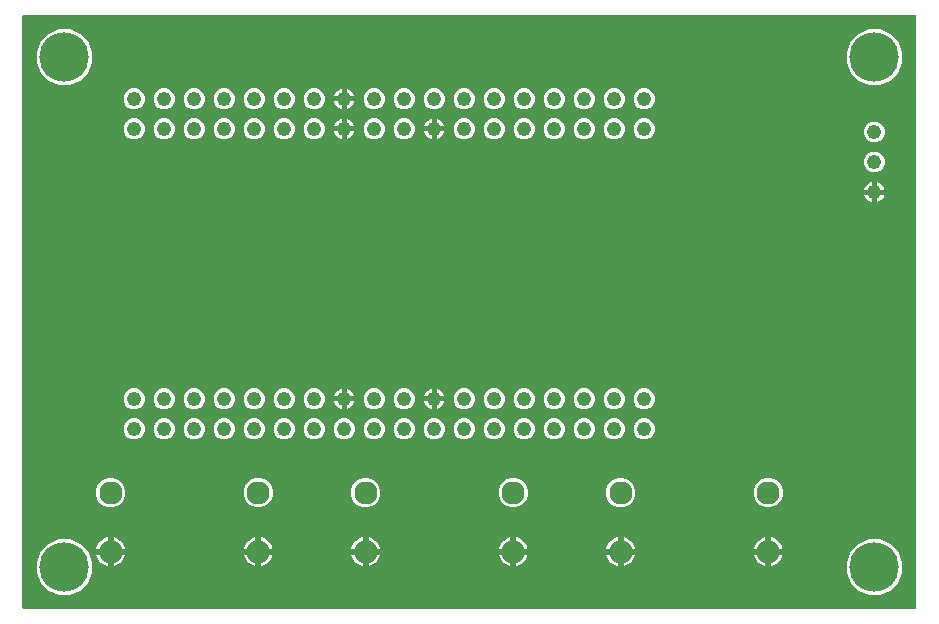
<source format=gbr>
G04 EAGLE Gerber RS-274X export*
G75*
%MOMM*%
%FSLAX34Y34*%
%LPD*%
%INCopper Layer 2*%
%IPPOS*%
%AMOC8*
5,1,8,0,0,1.08239X$1,22.5*%
G01*
%ADD10C,1.244600*%
%ADD11C,1.960000*%
%ADD12C,4.191000*%
%ADD13C,0.609600*%

G36*
X758109Y2556D02*
X758109Y2556D01*
X758228Y2563D01*
X758267Y2575D01*
X758307Y2581D01*
X758417Y2624D01*
X758531Y2661D01*
X758565Y2683D01*
X758603Y2698D01*
X758699Y2767D01*
X758799Y2831D01*
X758827Y2861D01*
X758860Y2884D01*
X758936Y2976D01*
X759017Y3062D01*
X759037Y3098D01*
X759063Y3129D01*
X759114Y3237D01*
X759171Y3341D01*
X759181Y3380D01*
X759198Y3417D01*
X759221Y3534D01*
X759250Y3649D01*
X759254Y3709D01*
X759258Y3729D01*
X759257Y3750D01*
X759261Y3809D01*
X759458Y504190D01*
X759443Y504308D01*
X759435Y504427D01*
X759423Y504465D01*
X759418Y504505D01*
X759374Y504616D01*
X759337Y504729D01*
X759316Y504763D01*
X759301Y504801D01*
X759231Y504897D01*
X759167Y504998D01*
X759138Y505026D01*
X759114Y505058D01*
X759023Y505134D01*
X758936Y505216D01*
X758900Y505236D01*
X758870Y505261D01*
X758762Y505312D01*
X758657Y505370D01*
X758618Y505380D01*
X758582Y505397D01*
X758465Y505419D01*
X758349Y505449D01*
X758290Y505453D01*
X758270Y505457D01*
X758249Y505455D01*
X758189Y505459D01*
X3810Y505459D01*
X3692Y505444D01*
X3573Y505437D01*
X3535Y505424D01*
X3494Y505419D01*
X3384Y505376D01*
X3271Y505339D01*
X3236Y505317D01*
X3199Y505302D01*
X3103Y505233D01*
X3002Y505169D01*
X2974Y505139D01*
X2941Y505116D01*
X2865Y505024D01*
X2784Y504937D01*
X2764Y504902D01*
X2739Y504871D01*
X2688Y504763D01*
X2630Y504659D01*
X2620Y504619D01*
X2603Y504583D01*
X2581Y504466D01*
X2551Y504351D01*
X2547Y504291D01*
X2543Y504271D01*
X2545Y504250D01*
X2541Y504190D01*
X2541Y3810D01*
X2556Y3692D01*
X2563Y3573D01*
X2576Y3535D01*
X2581Y3494D01*
X2624Y3384D01*
X2661Y3271D01*
X2683Y3236D01*
X2698Y3199D01*
X2767Y3103D01*
X2831Y3002D01*
X2861Y2974D01*
X2884Y2941D01*
X2976Y2865D01*
X3063Y2784D01*
X3098Y2764D01*
X3129Y2739D01*
X3237Y2688D01*
X3341Y2630D01*
X3381Y2620D01*
X3417Y2603D01*
X3534Y2581D01*
X3649Y2551D01*
X3709Y2547D01*
X3729Y2543D01*
X3750Y2545D01*
X3810Y2541D01*
X757992Y2541D01*
X758109Y2556D01*
G37*
%LPC*%
G36*
X719226Y446404D02*
X719226Y446404D01*
X710591Y449981D01*
X703981Y456591D01*
X700404Y465226D01*
X700404Y474574D01*
X703981Y483209D01*
X710591Y489819D01*
X719226Y493396D01*
X728574Y493396D01*
X737209Y489819D01*
X743819Y483209D01*
X747396Y474574D01*
X747396Y465226D01*
X743819Y456591D01*
X737209Y449981D01*
X728574Y446404D01*
X719226Y446404D01*
G37*
%LPD*%
%LPC*%
G36*
X33426Y446404D02*
X33426Y446404D01*
X24791Y449981D01*
X18181Y456591D01*
X14604Y465226D01*
X14604Y474574D01*
X18181Y483209D01*
X24791Y489819D01*
X33426Y493396D01*
X42774Y493396D01*
X51409Y489819D01*
X58019Y483209D01*
X61596Y474574D01*
X61596Y465226D01*
X58019Y456591D01*
X51409Y449981D01*
X42774Y446404D01*
X33426Y446404D01*
G37*
%LPD*%
%LPC*%
G36*
X33426Y14604D02*
X33426Y14604D01*
X24791Y18181D01*
X18181Y24791D01*
X14604Y33426D01*
X14604Y42774D01*
X18181Y51409D01*
X24791Y58019D01*
X33426Y61596D01*
X42774Y61596D01*
X51409Y58019D01*
X58019Y51409D01*
X61596Y42774D01*
X61596Y33426D01*
X58019Y24791D01*
X51409Y18181D01*
X42774Y14604D01*
X33426Y14604D01*
G37*
%LPD*%
%LPC*%
G36*
X719226Y14604D02*
X719226Y14604D01*
X710591Y18181D01*
X703981Y24791D01*
X700404Y33426D01*
X700404Y42774D01*
X703981Y51409D01*
X710591Y58019D01*
X719226Y61596D01*
X728574Y61596D01*
X737209Y58019D01*
X743819Y51409D01*
X747396Y42774D01*
X747396Y33426D01*
X743819Y24791D01*
X737209Y18181D01*
X728574Y14604D01*
X719226Y14604D01*
G37*
%LPD*%
%LPC*%
G36*
X290645Y88859D02*
X290645Y88859D01*
X286110Y90738D01*
X282638Y94210D01*
X280759Y98745D01*
X280759Y103655D01*
X282638Y108190D01*
X286110Y111662D01*
X290645Y113541D01*
X295555Y113541D01*
X300090Y111662D01*
X303562Y108190D01*
X305441Y103655D01*
X305441Y98745D01*
X303562Y94210D01*
X300090Y90738D01*
X295555Y88859D01*
X290645Y88859D01*
G37*
%LPD*%
%LPC*%
G36*
X415645Y88859D02*
X415645Y88859D01*
X411110Y90738D01*
X407638Y94210D01*
X405759Y98745D01*
X405759Y103655D01*
X407638Y108190D01*
X411110Y111662D01*
X415645Y113541D01*
X420555Y113541D01*
X425090Y111662D01*
X428562Y108190D01*
X430441Y103655D01*
X430441Y98745D01*
X428562Y94210D01*
X425090Y90738D01*
X420555Y88859D01*
X415645Y88859D01*
G37*
%LPD*%
%LPC*%
G36*
X506545Y88859D02*
X506545Y88859D01*
X502010Y90738D01*
X498538Y94210D01*
X496659Y98745D01*
X496659Y103655D01*
X498538Y108190D01*
X502010Y111662D01*
X506545Y113541D01*
X511455Y113541D01*
X515990Y111662D01*
X519462Y108190D01*
X521341Y103655D01*
X521341Y98745D01*
X519462Y94210D01*
X515990Y90738D01*
X511455Y88859D01*
X506545Y88859D01*
G37*
%LPD*%
%LPC*%
G36*
X631545Y88859D02*
X631545Y88859D01*
X627010Y90738D01*
X623538Y94210D01*
X621659Y98745D01*
X621659Y103655D01*
X623538Y108190D01*
X627010Y111662D01*
X631545Y113541D01*
X636455Y113541D01*
X640990Y111662D01*
X644462Y108190D01*
X646341Y103655D01*
X646341Y98745D01*
X644462Y94210D01*
X640990Y90738D01*
X636455Y88859D01*
X631545Y88859D01*
G37*
%LPD*%
%LPC*%
G36*
X74745Y88859D02*
X74745Y88859D01*
X70210Y90738D01*
X66738Y94210D01*
X64859Y98745D01*
X64859Y103655D01*
X66738Y108190D01*
X70210Y111662D01*
X74745Y113541D01*
X79655Y113541D01*
X84190Y111662D01*
X87662Y108190D01*
X89541Y103655D01*
X89541Y98745D01*
X87662Y94210D01*
X84190Y90738D01*
X79655Y88859D01*
X74745Y88859D01*
G37*
%LPD*%
%LPC*%
G36*
X199745Y88859D02*
X199745Y88859D01*
X195210Y90738D01*
X191738Y94210D01*
X189859Y98745D01*
X189859Y103655D01*
X191738Y108190D01*
X195210Y111662D01*
X199745Y113541D01*
X204655Y113541D01*
X209190Y111662D01*
X212662Y108190D01*
X214541Y103655D01*
X214541Y98745D01*
X212662Y94210D01*
X209190Y90738D01*
X204655Y88859D01*
X199745Y88859D01*
G37*
%LPD*%
%LPC*%
G36*
X324057Y425836D02*
X324057Y425836D01*
X320836Y427170D01*
X318370Y429636D01*
X317036Y432857D01*
X317036Y436343D01*
X318370Y439564D01*
X320836Y442030D01*
X324057Y443364D01*
X327543Y443364D01*
X330764Y442030D01*
X333230Y439564D01*
X334564Y436343D01*
X334564Y432857D01*
X333230Y429636D01*
X330764Y427170D01*
X327543Y425836D01*
X324057Y425836D01*
G37*
%LPD*%
%LPC*%
G36*
X298657Y425836D02*
X298657Y425836D01*
X295436Y427170D01*
X292970Y429636D01*
X291636Y432857D01*
X291636Y436343D01*
X292970Y439564D01*
X295436Y442030D01*
X298657Y443364D01*
X302143Y443364D01*
X305364Y442030D01*
X307830Y439564D01*
X309164Y436343D01*
X309164Y432857D01*
X307830Y429636D01*
X305364Y427170D01*
X302143Y425836D01*
X298657Y425836D01*
G37*
%LPD*%
%LPC*%
G36*
X247857Y425836D02*
X247857Y425836D01*
X244636Y427170D01*
X242170Y429636D01*
X240836Y432857D01*
X240836Y436343D01*
X242170Y439564D01*
X244636Y442030D01*
X247857Y443364D01*
X251343Y443364D01*
X254564Y442030D01*
X257030Y439564D01*
X258364Y436343D01*
X258364Y432857D01*
X257030Y429636D01*
X254564Y427170D01*
X251343Y425836D01*
X247857Y425836D01*
G37*
%LPD*%
%LPC*%
G36*
X222457Y425836D02*
X222457Y425836D01*
X219236Y427170D01*
X216770Y429636D01*
X215436Y432857D01*
X215436Y436343D01*
X216770Y439564D01*
X219236Y442030D01*
X222457Y443364D01*
X225943Y443364D01*
X229164Y442030D01*
X231630Y439564D01*
X232964Y436343D01*
X232964Y432857D01*
X231630Y429636D01*
X229164Y427170D01*
X225943Y425836D01*
X222457Y425836D01*
G37*
%LPD*%
%LPC*%
G36*
X197057Y425836D02*
X197057Y425836D01*
X193836Y427170D01*
X191370Y429636D01*
X190036Y432857D01*
X190036Y436343D01*
X191370Y439564D01*
X193836Y442030D01*
X197057Y443364D01*
X200543Y443364D01*
X203764Y442030D01*
X206230Y439564D01*
X207564Y436343D01*
X207564Y432857D01*
X206230Y429636D01*
X203764Y427170D01*
X200543Y425836D01*
X197057Y425836D01*
G37*
%LPD*%
%LPC*%
G36*
X171657Y425836D02*
X171657Y425836D01*
X168436Y427170D01*
X165970Y429636D01*
X164636Y432857D01*
X164636Y436343D01*
X165970Y439564D01*
X168436Y442030D01*
X171657Y443364D01*
X175143Y443364D01*
X178364Y442030D01*
X180830Y439564D01*
X182164Y436343D01*
X182164Y432857D01*
X180830Y429636D01*
X178364Y427170D01*
X175143Y425836D01*
X171657Y425836D01*
G37*
%LPD*%
%LPC*%
G36*
X146257Y425836D02*
X146257Y425836D01*
X143036Y427170D01*
X140570Y429636D01*
X139236Y432857D01*
X139236Y436343D01*
X140570Y439564D01*
X143036Y442030D01*
X146257Y443364D01*
X149743Y443364D01*
X152964Y442030D01*
X155430Y439564D01*
X156764Y436343D01*
X156764Y432857D01*
X155430Y429636D01*
X152964Y427170D01*
X149743Y425836D01*
X146257Y425836D01*
G37*
%LPD*%
%LPC*%
G36*
X120857Y425836D02*
X120857Y425836D01*
X117636Y427170D01*
X115170Y429636D01*
X113836Y432857D01*
X113836Y436343D01*
X115170Y439564D01*
X117636Y442030D01*
X120857Y443364D01*
X124343Y443364D01*
X127564Y442030D01*
X130030Y439564D01*
X131364Y436343D01*
X131364Y432857D01*
X130030Y429636D01*
X127564Y427170D01*
X124343Y425836D01*
X120857Y425836D01*
G37*
%LPD*%
%LPC*%
G36*
X95457Y425836D02*
X95457Y425836D01*
X92236Y427170D01*
X89770Y429636D01*
X88436Y432857D01*
X88436Y436343D01*
X89770Y439564D01*
X92236Y442030D01*
X95457Y443364D01*
X98943Y443364D01*
X102164Y442030D01*
X104630Y439564D01*
X105964Y436343D01*
X105964Y432857D01*
X104630Y429636D01*
X102164Y427170D01*
X98943Y425836D01*
X95457Y425836D01*
G37*
%LPD*%
%LPC*%
G36*
X374857Y425836D02*
X374857Y425836D01*
X371636Y427170D01*
X369170Y429636D01*
X367836Y432857D01*
X367836Y436343D01*
X369170Y439564D01*
X371636Y442030D01*
X374857Y443364D01*
X378343Y443364D01*
X381564Y442030D01*
X384030Y439564D01*
X385364Y436343D01*
X385364Y432857D01*
X384030Y429636D01*
X381564Y427170D01*
X378343Y425836D01*
X374857Y425836D01*
G37*
%LPD*%
%LPC*%
G36*
X349457Y425836D02*
X349457Y425836D01*
X346236Y427170D01*
X343770Y429636D01*
X342436Y432857D01*
X342436Y436343D01*
X343770Y439564D01*
X346236Y442030D01*
X349457Y443364D01*
X352943Y443364D01*
X356164Y442030D01*
X358630Y439564D01*
X359964Y436343D01*
X359964Y432857D01*
X358630Y429636D01*
X356164Y427170D01*
X352943Y425836D01*
X349457Y425836D01*
G37*
%LPD*%
%LPC*%
G36*
X95457Y146436D02*
X95457Y146436D01*
X92236Y147770D01*
X89770Y150236D01*
X88436Y153457D01*
X88436Y156943D01*
X89770Y160164D01*
X92236Y162630D01*
X95457Y163964D01*
X98943Y163964D01*
X102164Y162630D01*
X104630Y160164D01*
X105964Y156943D01*
X105964Y153457D01*
X104630Y150236D01*
X102164Y147770D01*
X98943Y146436D01*
X95457Y146436D01*
G37*
%LPD*%
%LPC*%
G36*
X171657Y146436D02*
X171657Y146436D01*
X168436Y147770D01*
X165970Y150236D01*
X164636Y153457D01*
X164636Y156943D01*
X165970Y160164D01*
X168436Y162630D01*
X171657Y163964D01*
X175143Y163964D01*
X178364Y162630D01*
X180830Y160164D01*
X182164Y156943D01*
X182164Y153457D01*
X180830Y150236D01*
X178364Y147770D01*
X175143Y146436D01*
X171657Y146436D01*
G37*
%LPD*%
%LPC*%
G36*
X527257Y400436D02*
X527257Y400436D01*
X524036Y401770D01*
X521570Y404236D01*
X520236Y407457D01*
X520236Y410943D01*
X521570Y414164D01*
X524036Y416630D01*
X527257Y417964D01*
X530743Y417964D01*
X533964Y416630D01*
X536430Y414164D01*
X537764Y410943D01*
X537764Y407457D01*
X536430Y404236D01*
X533964Y401770D01*
X530743Y400436D01*
X527257Y400436D01*
G37*
%LPD*%
%LPC*%
G36*
X501857Y400436D02*
X501857Y400436D01*
X498636Y401770D01*
X496170Y404236D01*
X494836Y407457D01*
X494836Y410943D01*
X496170Y414164D01*
X498636Y416630D01*
X501857Y417964D01*
X505343Y417964D01*
X508564Y416630D01*
X511030Y414164D01*
X512364Y410943D01*
X512364Y407457D01*
X511030Y404236D01*
X508564Y401770D01*
X505343Y400436D01*
X501857Y400436D01*
G37*
%LPD*%
%LPC*%
G36*
X476457Y400436D02*
X476457Y400436D01*
X473236Y401770D01*
X470770Y404236D01*
X469436Y407457D01*
X469436Y410943D01*
X470770Y414164D01*
X473236Y416630D01*
X476457Y417964D01*
X479943Y417964D01*
X483164Y416630D01*
X485630Y414164D01*
X486964Y410943D01*
X486964Y407457D01*
X485630Y404236D01*
X483164Y401770D01*
X479943Y400436D01*
X476457Y400436D01*
G37*
%LPD*%
%LPC*%
G36*
X451057Y400436D02*
X451057Y400436D01*
X447836Y401770D01*
X445370Y404236D01*
X444036Y407457D01*
X444036Y410943D01*
X445370Y414164D01*
X447836Y416630D01*
X451057Y417964D01*
X454543Y417964D01*
X457764Y416630D01*
X460230Y414164D01*
X461564Y410943D01*
X461564Y407457D01*
X460230Y404236D01*
X457764Y401770D01*
X454543Y400436D01*
X451057Y400436D01*
G37*
%LPD*%
%LPC*%
G36*
X425657Y400436D02*
X425657Y400436D01*
X422436Y401770D01*
X419970Y404236D01*
X418636Y407457D01*
X418636Y410943D01*
X419970Y414164D01*
X422436Y416630D01*
X425657Y417964D01*
X429143Y417964D01*
X432364Y416630D01*
X434830Y414164D01*
X436164Y410943D01*
X436164Y407457D01*
X434830Y404236D01*
X432364Y401770D01*
X429143Y400436D01*
X425657Y400436D01*
G37*
%LPD*%
%LPC*%
G36*
X400257Y400436D02*
X400257Y400436D01*
X397036Y401770D01*
X394570Y404236D01*
X393236Y407457D01*
X393236Y410943D01*
X394570Y414164D01*
X397036Y416630D01*
X400257Y417964D01*
X403743Y417964D01*
X406964Y416630D01*
X409430Y414164D01*
X410764Y410943D01*
X410764Y407457D01*
X409430Y404236D01*
X406964Y401770D01*
X403743Y400436D01*
X400257Y400436D01*
G37*
%LPD*%
%LPC*%
G36*
X374857Y400436D02*
X374857Y400436D01*
X371636Y401770D01*
X369170Y404236D01*
X367836Y407457D01*
X367836Y410943D01*
X369170Y414164D01*
X371636Y416630D01*
X374857Y417964D01*
X378343Y417964D01*
X381564Y416630D01*
X384030Y414164D01*
X385364Y410943D01*
X385364Y407457D01*
X384030Y404236D01*
X381564Y401770D01*
X378343Y400436D01*
X374857Y400436D01*
G37*
%LPD*%
%LPC*%
G36*
X324057Y400436D02*
X324057Y400436D01*
X320836Y401770D01*
X318370Y404236D01*
X317036Y407457D01*
X317036Y410943D01*
X318370Y414164D01*
X320836Y416630D01*
X324057Y417964D01*
X327543Y417964D01*
X330764Y416630D01*
X333230Y414164D01*
X334564Y410943D01*
X334564Y407457D01*
X333230Y404236D01*
X330764Y401770D01*
X327543Y400436D01*
X324057Y400436D01*
G37*
%LPD*%
%LPC*%
G36*
X298657Y400436D02*
X298657Y400436D01*
X295436Y401770D01*
X292970Y404236D01*
X291636Y407457D01*
X291636Y410943D01*
X292970Y414164D01*
X295436Y416630D01*
X298657Y417964D01*
X302143Y417964D01*
X305364Y416630D01*
X307830Y414164D01*
X309164Y410943D01*
X309164Y407457D01*
X307830Y404236D01*
X305364Y401770D01*
X302143Y400436D01*
X298657Y400436D01*
G37*
%LPD*%
%LPC*%
G36*
X247857Y400436D02*
X247857Y400436D01*
X244636Y401770D01*
X242170Y404236D01*
X240836Y407457D01*
X240836Y410943D01*
X242170Y414164D01*
X244636Y416630D01*
X247857Y417964D01*
X251343Y417964D01*
X254564Y416630D01*
X257030Y414164D01*
X258364Y410943D01*
X258364Y407457D01*
X257030Y404236D01*
X254564Y401770D01*
X251343Y400436D01*
X247857Y400436D01*
G37*
%LPD*%
%LPC*%
G36*
X222457Y400436D02*
X222457Y400436D01*
X219236Y401770D01*
X216770Y404236D01*
X215436Y407457D01*
X215436Y410943D01*
X216770Y414164D01*
X219236Y416630D01*
X222457Y417964D01*
X225943Y417964D01*
X229164Y416630D01*
X231630Y414164D01*
X232964Y410943D01*
X232964Y407457D01*
X231630Y404236D01*
X229164Y401770D01*
X225943Y400436D01*
X222457Y400436D01*
G37*
%LPD*%
%LPC*%
G36*
X197057Y400436D02*
X197057Y400436D01*
X193836Y401770D01*
X191370Y404236D01*
X190036Y407457D01*
X190036Y410943D01*
X191370Y414164D01*
X193836Y416630D01*
X197057Y417964D01*
X200543Y417964D01*
X203764Y416630D01*
X206230Y414164D01*
X207564Y410943D01*
X207564Y407457D01*
X206230Y404236D01*
X203764Y401770D01*
X200543Y400436D01*
X197057Y400436D01*
G37*
%LPD*%
%LPC*%
G36*
X171657Y400436D02*
X171657Y400436D01*
X168436Y401770D01*
X165970Y404236D01*
X164636Y407457D01*
X164636Y410943D01*
X165970Y414164D01*
X168436Y416630D01*
X171657Y417964D01*
X175143Y417964D01*
X178364Y416630D01*
X180830Y414164D01*
X182164Y410943D01*
X182164Y407457D01*
X180830Y404236D01*
X178364Y401770D01*
X175143Y400436D01*
X171657Y400436D01*
G37*
%LPD*%
%LPC*%
G36*
X146257Y400436D02*
X146257Y400436D01*
X143036Y401770D01*
X140570Y404236D01*
X139236Y407457D01*
X139236Y410943D01*
X140570Y414164D01*
X143036Y416630D01*
X146257Y417964D01*
X149743Y417964D01*
X152964Y416630D01*
X155430Y414164D01*
X156764Y410943D01*
X156764Y407457D01*
X155430Y404236D01*
X152964Y401770D01*
X149743Y400436D01*
X146257Y400436D01*
G37*
%LPD*%
%LPC*%
G36*
X120857Y400436D02*
X120857Y400436D01*
X117636Y401770D01*
X115170Y404236D01*
X113836Y407457D01*
X113836Y410943D01*
X115170Y414164D01*
X117636Y416630D01*
X120857Y417964D01*
X124343Y417964D01*
X127564Y416630D01*
X130030Y414164D01*
X131364Y410943D01*
X131364Y407457D01*
X130030Y404236D01*
X127564Y401770D01*
X124343Y400436D01*
X120857Y400436D01*
G37*
%LPD*%
%LPC*%
G36*
X95457Y400436D02*
X95457Y400436D01*
X92236Y401770D01*
X89770Y404236D01*
X88436Y407457D01*
X88436Y410943D01*
X89770Y414164D01*
X92236Y416630D01*
X95457Y417964D01*
X98943Y417964D01*
X102164Y416630D01*
X104630Y414164D01*
X105964Y410943D01*
X105964Y407457D01*
X104630Y404236D01*
X102164Y401770D01*
X98943Y400436D01*
X95457Y400436D01*
G37*
%LPD*%
%LPC*%
G36*
X197057Y146436D02*
X197057Y146436D01*
X193836Y147770D01*
X191370Y150236D01*
X190036Y153457D01*
X190036Y156943D01*
X191370Y160164D01*
X193836Y162630D01*
X197057Y163964D01*
X200543Y163964D01*
X203764Y162630D01*
X206230Y160164D01*
X207564Y156943D01*
X207564Y153457D01*
X206230Y150236D01*
X203764Y147770D01*
X200543Y146436D01*
X197057Y146436D01*
G37*
%LPD*%
%LPC*%
G36*
X222457Y146436D02*
X222457Y146436D01*
X219236Y147770D01*
X216770Y150236D01*
X215436Y153457D01*
X215436Y156943D01*
X216770Y160164D01*
X219236Y162630D01*
X222457Y163964D01*
X225943Y163964D01*
X229164Y162630D01*
X231630Y160164D01*
X232964Y156943D01*
X232964Y153457D01*
X231630Y150236D01*
X229164Y147770D01*
X225943Y146436D01*
X222457Y146436D01*
G37*
%LPD*%
%LPC*%
G36*
X527257Y425836D02*
X527257Y425836D01*
X524036Y427170D01*
X521570Y429636D01*
X520236Y432857D01*
X520236Y436343D01*
X521570Y439564D01*
X524036Y442030D01*
X527257Y443364D01*
X530743Y443364D01*
X533964Y442030D01*
X536430Y439564D01*
X537764Y436343D01*
X537764Y432857D01*
X536430Y429636D01*
X533964Y427170D01*
X530743Y425836D01*
X527257Y425836D01*
G37*
%LPD*%
%LPC*%
G36*
X501857Y425836D02*
X501857Y425836D01*
X498636Y427170D01*
X496170Y429636D01*
X494836Y432857D01*
X494836Y436343D01*
X496170Y439564D01*
X498636Y442030D01*
X501857Y443364D01*
X505343Y443364D01*
X508564Y442030D01*
X511030Y439564D01*
X512364Y436343D01*
X512364Y432857D01*
X511030Y429636D01*
X508564Y427170D01*
X505343Y425836D01*
X501857Y425836D01*
G37*
%LPD*%
%LPC*%
G36*
X722157Y397636D02*
X722157Y397636D01*
X718936Y398970D01*
X716470Y401436D01*
X715136Y404657D01*
X715136Y408143D01*
X716470Y411364D01*
X718936Y413830D01*
X722157Y415164D01*
X725643Y415164D01*
X728864Y413830D01*
X731330Y411364D01*
X732664Y408143D01*
X732664Y404657D01*
X731330Y401436D01*
X728864Y398970D01*
X725643Y397636D01*
X722157Y397636D01*
G37*
%LPD*%
%LPC*%
G36*
X247857Y146436D02*
X247857Y146436D01*
X244636Y147770D01*
X242170Y150236D01*
X240836Y153457D01*
X240836Y156943D01*
X242170Y160164D01*
X244636Y162630D01*
X247857Y163964D01*
X251343Y163964D01*
X254564Y162630D01*
X257030Y160164D01*
X258364Y156943D01*
X258364Y153457D01*
X257030Y150236D01*
X254564Y147770D01*
X251343Y146436D01*
X247857Y146436D01*
G37*
%LPD*%
%LPC*%
G36*
X273257Y146436D02*
X273257Y146436D01*
X270036Y147770D01*
X267570Y150236D01*
X266236Y153457D01*
X266236Y156943D01*
X267570Y160164D01*
X270036Y162630D01*
X273257Y163964D01*
X276743Y163964D01*
X279964Y162630D01*
X282430Y160164D01*
X283764Y156943D01*
X283764Y153457D01*
X282430Y150236D01*
X279964Y147770D01*
X276743Y146436D01*
X273257Y146436D01*
G37*
%LPD*%
%LPC*%
G36*
X298657Y146436D02*
X298657Y146436D01*
X295436Y147770D01*
X292970Y150236D01*
X291636Y153457D01*
X291636Y156943D01*
X292970Y160164D01*
X295436Y162630D01*
X298657Y163964D01*
X302143Y163964D01*
X305364Y162630D01*
X307830Y160164D01*
X309164Y156943D01*
X309164Y153457D01*
X307830Y150236D01*
X305364Y147770D01*
X302143Y146436D01*
X298657Y146436D01*
G37*
%LPD*%
%LPC*%
G36*
X324057Y146436D02*
X324057Y146436D01*
X320836Y147770D01*
X318370Y150236D01*
X317036Y153457D01*
X317036Y156943D01*
X318370Y160164D01*
X320836Y162630D01*
X324057Y163964D01*
X327543Y163964D01*
X330764Y162630D01*
X333230Y160164D01*
X334564Y156943D01*
X334564Y153457D01*
X333230Y150236D01*
X330764Y147770D01*
X327543Y146436D01*
X324057Y146436D01*
G37*
%LPD*%
%LPC*%
G36*
X722157Y372236D02*
X722157Y372236D01*
X718936Y373570D01*
X716470Y376036D01*
X715136Y379257D01*
X715136Y382743D01*
X716470Y385964D01*
X718936Y388430D01*
X722157Y389764D01*
X725643Y389764D01*
X728864Y388430D01*
X731330Y385964D01*
X732664Y382743D01*
X732664Y379257D01*
X731330Y376036D01*
X728864Y373570D01*
X725643Y372236D01*
X722157Y372236D01*
G37*
%LPD*%
%LPC*%
G36*
X349457Y146436D02*
X349457Y146436D01*
X346236Y147770D01*
X343770Y150236D01*
X342436Y153457D01*
X342436Y156943D01*
X343770Y160164D01*
X346236Y162630D01*
X349457Y163964D01*
X352943Y163964D01*
X356164Y162630D01*
X358630Y160164D01*
X359964Y156943D01*
X359964Y153457D01*
X358630Y150236D01*
X356164Y147770D01*
X352943Y146436D01*
X349457Y146436D01*
G37*
%LPD*%
%LPC*%
G36*
X374857Y146436D02*
X374857Y146436D01*
X371636Y147770D01*
X369170Y150236D01*
X367836Y153457D01*
X367836Y156943D01*
X369170Y160164D01*
X371636Y162630D01*
X374857Y163964D01*
X378343Y163964D01*
X381564Y162630D01*
X384030Y160164D01*
X385364Y156943D01*
X385364Y153457D01*
X384030Y150236D01*
X381564Y147770D01*
X378343Y146436D01*
X374857Y146436D01*
G37*
%LPD*%
%LPC*%
G36*
X400257Y146436D02*
X400257Y146436D01*
X397036Y147770D01*
X394570Y150236D01*
X393236Y153457D01*
X393236Y156943D01*
X394570Y160164D01*
X397036Y162630D01*
X400257Y163964D01*
X403743Y163964D01*
X406964Y162630D01*
X409430Y160164D01*
X410764Y156943D01*
X410764Y153457D01*
X409430Y150236D01*
X406964Y147770D01*
X403743Y146436D01*
X400257Y146436D01*
G37*
%LPD*%
%LPC*%
G36*
X425657Y146436D02*
X425657Y146436D01*
X422436Y147770D01*
X419970Y150236D01*
X418636Y153457D01*
X418636Y156943D01*
X419970Y160164D01*
X422436Y162630D01*
X425657Y163964D01*
X429143Y163964D01*
X432364Y162630D01*
X434830Y160164D01*
X436164Y156943D01*
X436164Y153457D01*
X434830Y150236D01*
X432364Y147770D01*
X429143Y146436D01*
X425657Y146436D01*
G37*
%LPD*%
%LPC*%
G36*
X197057Y171836D02*
X197057Y171836D01*
X193836Y173170D01*
X191370Y175636D01*
X190036Y178857D01*
X190036Y182343D01*
X191370Y185564D01*
X193836Y188030D01*
X197057Y189364D01*
X200543Y189364D01*
X203764Y188030D01*
X206230Y185564D01*
X207564Y182343D01*
X207564Y178857D01*
X206230Y175636D01*
X203764Y173170D01*
X200543Y171836D01*
X197057Y171836D01*
G37*
%LPD*%
%LPC*%
G36*
X171657Y171836D02*
X171657Y171836D01*
X168436Y173170D01*
X165970Y175636D01*
X164636Y178857D01*
X164636Y182343D01*
X165970Y185564D01*
X168436Y188030D01*
X171657Y189364D01*
X175143Y189364D01*
X178364Y188030D01*
X180830Y185564D01*
X182164Y182343D01*
X182164Y178857D01*
X180830Y175636D01*
X178364Y173170D01*
X175143Y171836D01*
X171657Y171836D01*
G37*
%LPD*%
%LPC*%
G36*
X527257Y171836D02*
X527257Y171836D01*
X524036Y173170D01*
X521570Y175636D01*
X520236Y178857D01*
X520236Y182343D01*
X521570Y185564D01*
X524036Y188030D01*
X527257Y189364D01*
X530743Y189364D01*
X533964Y188030D01*
X536430Y185564D01*
X537764Y182343D01*
X537764Y178857D01*
X536430Y175636D01*
X533964Y173170D01*
X530743Y171836D01*
X527257Y171836D01*
G37*
%LPD*%
%LPC*%
G36*
X501857Y171836D02*
X501857Y171836D01*
X498636Y173170D01*
X496170Y175636D01*
X494836Y178857D01*
X494836Y182343D01*
X496170Y185564D01*
X498636Y188030D01*
X501857Y189364D01*
X505343Y189364D01*
X508564Y188030D01*
X511030Y185564D01*
X512364Y182343D01*
X512364Y178857D01*
X511030Y175636D01*
X508564Y173170D01*
X505343Y171836D01*
X501857Y171836D01*
G37*
%LPD*%
%LPC*%
G36*
X476457Y171836D02*
X476457Y171836D01*
X473236Y173170D01*
X470770Y175636D01*
X469436Y178857D01*
X469436Y182343D01*
X470770Y185564D01*
X473236Y188030D01*
X476457Y189364D01*
X479943Y189364D01*
X483164Y188030D01*
X485630Y185564D01*
X486964Y182343D01*
X486964Y178857D01*
X485630Y175636D01*
X483164Y173170D01*
X479943Y171836D01*
X476457Y171836D01*
G37*
%LPD*%
%LPC*%
G36*
X451057Y171836D02*
X451057Y171836D01*
X447836Y173170D01*
X445370Y175636D01*
X444036Y178857D01*
X444036Y182343D01*
X445370Y185564D01*
X447836Y188030D01*
X451057Y189364D01*
X454543Y189364D01*
X457764Y188030D01*
X460230Y185564D01*
X461564Y182343D01*
X461564Y178857D01*
X460230Y175636D01*
X457764Y173170D01*
X454543Y171836D01*
X451057Y171836D01*
G37*
%LPD*%
%LPC*%
G36*
X425657Y171836D02*
X425657Y171836D01*
X422436Y173170D01*
X419970Y175636D01*
X418636Y178857D01*
X418636Y182343D01*
X419970Y185564D01*
X422436Y188030D01*
X425657Y189364D01*
X429143Y189364D01*
X432364Y188030D01*
X434830Y185564D01*
X436164Y182343D01*
X436164Y178857D01*
X434830Y175636D01*
X432364Y173170D01*
X429143Y171836D01*
X425657Y171836D01*
G37*
%LPD*%
%LPC*%
G36*
X400257Y171836D02*
X400257Y171836D01*
X397036Y173170D01*
X394570Y175636D01*
X393236Y178857D01*
X393236Y182343D01*
X394570Y185564D01*
X397036Y188030D01*
X400257Y189364D01*
X403743Y189364D01*
X406964Y188030D01*
X409430Y185564D01*
X410764Y182343D01*
X410764Y178857D01*
X409430Y175636D01*
X406964Y173170D01*
X403743Y171836D01*
X400257Y171836D01*
G37*
%LPD*%
%LPC*%
G36*
X374857Y171836D02*
X374857Y171836D01*
X371636Y173170D01*
X369170Y175636D01*
X367836Y178857D01*
X367836Y182343D01*
X369170Y185564D01*
X371636Y188030D01*
X374857Y189364D01*
X378343Y189364D01*
X381564Y188030D01*
X384030Y185564D01*
X385364Y182343D01*
X385364Y178857D01*
X384030Y175636D01*
X381564Y173170D01*
X378343Y171836D01*
X374857Y171836D01*
G37*
%LPD*%
%LPC*%
G36*
X324057Y171836D02*
X324057Y171836D01*
X320836Y173170D01*
X318370Y175636D01*
X317036Y178857D01*
X317036Y182343D01*
X318370Y185564D01*
X320836Y188030D01*
X324057Y189364D01*
X327543Y189364D01*
X330764Y188030D01*
X333230Y185564D01*
X334564Y182343D01*
X334564Y178857D01*
X333230Y175636D01*
X330764Y173170D01*
X327543Y171836D01*
X324057Y171836D01*
G37*
%LPD*%
%LPC*%
G36*
X298657Y171836D02*
X298657Y171836D01*
X295436Y173170D01*
X292970Y175636D01*
X291636Y178857D01*
X291636Y182343D01*
X292970Y185564D01*
X295436Y188030D01*
X298657Y189364D01*
X302143Y189364D01*
X305364Y188030D01*
X307830Y185564D01*
X309164Y182343D01*
X309164Y178857D01*
X307830Y175636D01*
X305364Y173170D01*
X302143Y171836D01*
X298657Y171836D01*
G37*
%LPD*%
%LPC*%
G36*
X247857Y171836D02*
X247857Y171836D01*
X244636Y173170D01*
X242170Y175636D01*
X240836Y178857D01*
X240836Y182343D01*
X242170Y185564D01*
X244636Y188030D01*
X247857Y189364D01*
X251343Y189364D01*
X254564Y188030D01*
X257030Y185564D01*
X258364Y182343D01*
X258364Y178857D01*
X257030Y175636D01*
X254564Y173170D01*
X251343Y171836D01*
X247857Y171836D01*
G37*
%LPD*%
%LPC*%
G36*
X222457Y171836D02*
X222457Y171836D01*
X219236Y173170D01*
X216770Y175636D01*
X215436Y178857D01*
X215436Y182343D01*
X216770Y185564D01*
X219236Y188030D01*
X222457Y189364D01*
X225943Y189364D01*
X229164Y188030D01*
X231630Y185564D01*
X232964Y182343D01*
X232964Y178857D01*
X231630Y175636D01*
X229164Y173170D01*
X225943Y171836D01*
X222457Y171836D01*
G37*
%LPD*%
%LPC*%
G36*
X146257Y171836D02*
X146257Y171836D01*
X143036Y173170D01*
X140570Y175636D01*
X139236Y178857D01*
X139236Y182343D01*
X140570Y185564D01*
X143036Y188030D01*
X146257Y189364D01*
X149743Y189364D01*
X152964Y188030D01*
X155430Y185564D01*
X156764Y182343D01*
X156764Y178857D01*
X155430Y175636D01*
X152964Y173170D01*
X149743Y171836D01*
X146257Y171836D01*
G37*
%LPD*%
%LPC*%
G36*
X120857Y171836D02*
X120857Y171836D01*
X117636Y173170D01*
X115170Y175636D01*
X113836Y178857D01*
X113836Y182343D01*
X115170Y185564D01*
X117636Y188030D01*
X120857Y189364D01*
X124343Y189364D01*
X127564Y188030D01*
X130030Y185564D01*
X131364Y182343D01*
X131364Y178857D01*
X130030Y175636D01*
X127564Y173170D01*
X124343Y171836D01*
X120857Y171836D01*
G37*
%LPD*%
%LPC*%
G36*
X95457Y171836D02*
X95457Y171836D01*
X92236Y173170D01*
X89770Y175636D01*
X88436Y178857D01*
X88436Y182343D01*
X89770Y185564D01*
X92236Y188030D01*
X95457Y189364D01*
X98943Y189364D01*
X102164Y188030D01*
X104630Y185564D01*
X105964Y182343D01*
X105964Y178857D01*
X104630Y175636D01*
X102164Y173170D01*
X98943Y171836D01*
X95457Y171836D01*
G37*
%LPD*%
%LPC*%
G36*
X451057Y146436D02*
X451057Y146436D01*
X447836Y147770D01*
X445370Y150236D01*
X444036Y153457D01*
X444036Y156943D01*
X445370Y160164D01*
X447836Y162630D01*
X451057Y163964D01*
X454543Y163964D01*
X457764Y162630D01*
X460230Y160164D01*
X461564Y156943D01*
X461564Y153457D01*
X460230Y150236D01*
X457764Y147770D01*
X454543Y146436D01*
X451057Y146436D01*
G37*
%LPD*%
%LPC*%
G36*
X476457Y146436D02*
X476457Y146436D01*
X473236Y147770D01*
X470770Y150236D01*
X469436Y153457D01*
X469436Y156943D01*
X470770Y160164D01*
X473236Y162630D01*
X476457Y163964D01*
X479943Y163964D01*
X483164Y162630D01*
X485630Y160164D01*
X486964Y156943D01*
X486964Y153457D01*
X485630Y150236D01*
X483164Y147770D01*
X479943Y146436D01*
X476457Y146436D01*
G37*
%LPD*%
%LPC*%
G36*
X501857Y146436D02*
X501857Y146436D01*
X498636Y147770D01*
X496170Y150236D01*
X494836Y153457D01*
X494836Y156943D01*
X496170Y160164D01*
X498636Y162630D01*
X501857Y163964D01*
X505343Y163964D01*
X508564Y162630D01*
X511030Y160164D01*
X512364Y156943D01*
X512364Y153457D01*
X511030Y150236D01*
X508564Y147770D01*
X505343Y146436D01*
X501857Y146436D01*
G37*
%LPD*%
%LPC*%
G36*
X527257Y146436D02*
X527257Y146436D01*
X524036Y147770D01*
X521570Y150236D01*
X520236Y153457D01*
X520236Y156943D01*
X521570Y160164D01*
X524036Y162630D01*
X527257Y163964D01*
X530743Y163964D01*
X533964Y162630D01*
X536430Y160164D01*
X537764Y156943D01*
X537764Y153457D01*
X536430Y150236D01*
X533964Y147770D01*
X530743Y146436D01*
X527257Y146436D01*
G37*
%LPD*%
%LPC*%
G36*
X476457Y425836D02*
X476457Y425836D01*
X473236Y427170D01*
X470770Y429636D01*
X469436Y432857D01*
X469436Y436343D01*
X470770Y439564D01*
X473236Y442030D01*
X476457Y443364D01*
X479943Y443364D01*
X483164Y442030D01*
X485630Y439564D01*
X486964Y436343D01*
X486964Y432857D01*
X485630Y429636D01*
X483164Y427170D01*
X479943Y425836D01*
X476457Y425836D01*
G37*
%LPD*%
%LPC*%
G36*
X451057Y425836D02*
X451057Y425836D01*
X447836Y427170D01*
X445370Y429636D01*
X444036Y432857D01*
X444036Y436343D01*
X445370Y439564D01*
X447836Y442030D01*
X451057Y443364D01*
X454543Y443364D01*
X457764Y442030D01*
X460230Y439564D01*
X461564Y436343D01*
X461564Y432857D01*
X460230Y429636D01*
X457764Y427170D01*
X454543Y425836D01*
X451057Y425836D01*
G37*
%LPD*%
%LPC*%
G36*
X425657Y425836D02*
X425657Y425836D01*
X422436Y427170D01*
X419970Y429636D01*
X418636Y432857D01*
X418636Y436343D01*
X419970Y439564D01*
X422436Y442030D01*
X425657Y443364D01*
X429143Y443364D01*
X432364Y442030D01*
X434830Y439564D01*
X436164Y436343D01*
X436164Y432857D01*
X434830Y429636D01*
X432364Y427170D01*
X429143Y425836D01*
X425657Y425836D01*
G37*
%LPD*%
%LPC*%
G36*
X400257Y425836D02*
X400257Y425836D01*
X397036Y427170D01*
X394570Y429636D01*
X393236Y432857D01*
X393236Y436343D01*
X394570Y439564D01*
X397036Y442030D01*
X400257Y443364D01*
X403743Y443364D01*
X406964Y442030D01*
X409430Y439564D01*
X410764Y436343D01*
X410764Y432857D01*
X409430Y429636D01*
X406964Y427170D01*
X403743Y425836D01*
X400257Y425836D01*
G37*
%LPD*%
%LPC*%
G36*
X146257Y146436D02*
X146257Y146436D01*
X143036Y147770D01*
X140570Y150236D01*
X139236Y153457D01*
X139236Y156943D01*
X140570Y160164D01*
X143036Y162630D01*
X146257Y163964D01*
X149743Y163964D01*
X152964Y162630D01*
X155430Y160164D01*
X156764Y156943D01*
X156764Y153457D01*
X155430Y150236D01*
X152964Y147770D01*
X149743Y146436D01*
X146257Y146436D01*
G37*
%LPD*%
%LPC*%
G36*
X120857Y146436D02*
X120857Y146436D01*
X117636Y147770D01*
X115170Y150236D01*
X113836Y153457D01*
X113836Y156943D01*
X115170Y160164D01*
X117636Y162630D01*
X120857Y163964D01*
X124343Y163964D01*
X127564Y162630D01*
X130030Y160164D01*
X131364Y156943D01*
X131364Y153457D01*
X130030Y150236D01*
X127564Y147770D01*
X124343Y146436D01*
X120857Y146436D01*
G37*
%LPD*%
%LPC*%
G36*
X511539Y53739D02*
X511539Y53739D01*
X511539Y63292D01*
X511890Y63237D01*
X513737Y62637D01*
X515468Y61755D01*
X517039Y60613D01*
X518413Y59239D01*
X519555Y57668D01*
X520437Y55937D01*
X521037Y54090D01*
X521092Y53739D01*
X511539Y53739D01*
G37*
%LPD*%
%LPC*%
G36*
X420639Y53739D02*
X420639Y53739D01*
X420639Y63292D01*
X420990Y63237D01*
X422837Y62637D01*
X424568Y61755D01*
X426139Y60613D01*
X427513Y59239D01*
X428655Y57668D01*
X429537Y55937D01*
X430137Y54090D01*
X430192Y53739D01*
X420639Y53739D01*
G37*
%LPD*%
%LPC*%
G36*
X204739Y53739D02*
X204739Y53739D01*
X204739Y63292D01*
X205090Y63237D01*
X206937Y62637D01*
X208668Y61755D01*
X210239Y60613D01*
X211613Y59239D01*
X212755Y57668D01*
X213637Y55937D01*
X214237Y54090D01*
X214292Y53739D01*
X204739Y53739D01*
G37*
%LPD*%
%LPC*%
G36*
X295639Y53739D02*
X295639Y53739D01*
X295639Y63292D01*
X295990Y63237D01*
X297837Y62637D01*
X299568Y61755D01*
X301139Y60613D01*
X302513Y59239D01*
X303655Y57668D01*
X304537Y55937D01*
X305137Y54090D01*
X305192Y53739D01*
X295639Y53739D01*
G37*
%LPD*%
%LPC*%
G36*
X79739Y53739D02*
X79739Y53739D01*
X79739Y63292D01*
X80090Y63237D01*
X81937Y62637D01*
X83668Y61755D01*
X85239Y60613D01*
X86613Y59239D01*
X87755Y57668D01*
X88637Y55937D01*
X89237Y54090D01*
X89292Y53739D01*
X79739Y53739D01*
G37*
%LPD*%
%LPC*%
G36*
X636539Y53739D02*
X636539Y53739D01*
X636539Y63292D01*
X636890Y63237D01*
X638737Y62637D01*
X640468Y61755D01*
X642039Y60613D01*
X643413Y59239D01*
X644555Y57668D01*
X645437Y55937D01*
X646037Y54090D01*
X646092Y53739D01*
X636539Y53739D01*
G37*
%LPD*%
%LPC*%
G36*
X65108Y53739D02*
X65108Y53739D01*
X65163Y54090D01*
X65763Y55937D01*
X66645Y57668D01*
X67787Y59239D01*
X69161Y60613D01*
X70732Y61755D01*
X72463Y62637D01*
X74310Y63237D01*
X74661Y63292D01*
X74661Y53739D01*
X65108Y53739D01*
G37*
%LPD*%
%LPC*%
G36*
X190108Y53739D02*
X190108Y53739D01*
X190163Y54090D01*
X190763Y55937D01*
X191645Y57668D01*
X192787Y59239D01*
X194161Y60613D01*
X195732Y61755D01*
X197463Y62637D01*
X199310Y63237D01*
X199661Y63292D01*
X199661Y53739D01*
X190108Y53739D01*
G37*
%LPD*%
%LPC*%
G36*
X281008Y53739D02*
X281008Y53739D01*
X281063Y54090D01*
X281663Y55937D01*
X282545Y57668D01*
X283687Y59239D01*
X285061Y60613D01*
X286632Y61755D01*
X288363Y62637D01*
X290210Y63237D01*
X290561Y63292D01*
X290561Y53739D01*
X281008Y53739D01*
G37*
%LPD*%
%LPC*%
G36*
X406008Y53739D02*
X406008Y53739D01*
X406063Y54090D01*
X406663Y55937D01*
X407545Y57668D01*
X408687Y59239D01*
X410061Y60613D01*
X411632Y61755D01*
X413363Y62637D01*
X415210Y63237D01*
X415561Y63292D01*
X415561Y53739D01*
X406008Y53739D01*
G37*
%LPD*%
%LPC*%
G36*
X496908Y53739D02*
X496908Y53739D01*
X496963Y54090D01*
X497563Y55937D01*
X498445Y57668D01*
X499587Y59239D01*
X500961Y60613D01*
X502532Y61755D01*
X504263Y62637D01*
X506110Y63237D01*
X506461Y63292D01*
X506461Y53739D01*
X496908Y53739D01*
G37*
%LPD*%
%LPC*%
G36*
X621908Y53739D02*
X621908Y53739D01*
X621963Y54090D01*
X622563Y55937D01*
X623445Y57668D01*
X624587Y59239D01*
X625961Y60613D01*
X627532Y61755D01*
X629263Y62637D01*
X631110Y63237D01*
X631461Y63292D01*
X631461Y53739D01*
X621908Y53739D01*
G37*
%LPD*%
%LPC*%
G36*
X636539Y48661D02*
X636539Y48661D01*
X646092Y48661D01*
X646037Y48310D01*
X645437Y46463D01*
X644555Y44732D01*
X643413Y43161D01*
X642039Y41787D01*
X640468Y40645D01*
X638737Y39763D01*
X636890Y39163D01*
X636539Y39108D01*
X636539Y48661D01*
G37*
%LPD*%
%LPC*%
G36*
X511539Y48661D02*
X511539Y48661D01*
X521092Y48661D01*
X521037Y48310D01*
X520437Y46463D01*
X519555Y44732D01*
X518413Y43161D01*
X517039Y41787D01*
X515468Y40645D01*
X513737Y39763D01*
X511890Y39163D01*
X511539Y39108D01*
X511539Y48661D01*
G37*
%LPD*%
%LPC*%
G36*
X420639Y48661D02*
X420639Y48661D01*
X430192Y48661D01*
X430137Y48310D01*
X429537Y46463D01*
X428655Y44732D01*
X427513Y43161D01*
X426139Y41787D01*
X424568Y40645D01*
X422837Y39763D01*
X420990Y39163D01*
X420639Y39108D01*
X420639Y48661D01*
G37*
%LPD*%
%LPC*%
G36*
X295639Y48661D02*
X295639Y48661D01*
X305192Y48661D01*
X305137Y48310D01*
X304537Y46463D01*
X303655Y44732D01*
X302513Y43161D01*
X301139Y41787D01*
X299568Y40645D01*
X297837Y39763D01*
X295990Y39163D01*
X295639Y39108D01*
X295639Y48661D01*
G37*
%LPD*%
%LPC*%
G36*
X204739Y48661D02*
X204739Y48661D01*
X214292Y48661D01*
X214237Y48310D01*
X213637Y46463D01*
X212755Y44732D01*
X211613Y43161D01*
X210239Y41787D01*
X208668Y40645D01*
X206937Y39763D01*
X205090Y39163D01*
X204739Y39108D01*
X204739Y48661D01*
G37*
%LPD*%
%LPC*%
G36*
X79739Y48661D02*
X79739Y48661D01*
X89292Y48661D01*
X89237Y48310D01*
X88637Y46463D01*
X87755Y44732D01*
X86613Y43161D01*
X85239Y41787D01*
X83668Y40645D01*
X81937Y39763D01*
X80090Y39163D01*
X79739Y39108D01*
X79739Y48661D01*
G37*
%LPD*%
%LPC*%
G36*
X74310Y39163D02*
X74310Y39163D01*
X72463Y39763D01*
X70732Y40645D01*
X69161Y41787D01*
X67787Y43161D01*
X66645Y44732D01*
X65763Y46463D01*
X65163Y48310D01*
X65108Y48661D01*
X74661Y48661D01*
X74661Y39108D01*
X74310Y39163D01*
G37*
%LPD*%
%LPC*%
G36*
X199310Y39163D02*
X199310Y39163D01*
X197463Y39763D01*
X195732Y40645D01*
X194161Y41787D01*
X192787Y43161D01*
X191645Y44732D01*
X190763Y46463D01*
X190163Y48310D01*
X190108Y48661D01*
X199661Y48661D01*
X199661Y39108D01*
X199310Y39163D01*
G37*
%LPD*%
%LPC*%
G36*
X631110Y39163D02*
X631110Y39163D01*
X629263Y39763D01*
X627532Y40645D01*
X625961Y41787D01*
X624587Y43161D01*
X623445Y44732D01*
X622563Y46463D01*
X621963Y48310D01*
X621908Y48661D01*
X631461Y48661D01*
X631461Y39108D01*
X631110Y39163D01*
G37*
%LPD*%
%LPC*%
G36*
X290210Y39163D02*
X290210Y39163D01*
X288363Y39763D01*
X286632Y40645D01*
X285061Y41787D01*
X283687Y43161D01*
X282545Y44732D01*
X281663Y46463D01*
X281063Y48310D01*
X281008Y48661D01*
X290561Y48661D01*
X290561Y39108D01*
X290210Y39163D01*
G37*
%LPD*%
%LPC*%
G36*
X415210Y39163D02*
X415210Y39163D01*
X413363Y39763D01*
X411632Y40645D01*
X410061Y41787D01*
X408687Y43161D01*
X407545Y44732D01*
X406663Y46463D01*
X406063Y48310D01*
X406008Y48661D01*
X415561Y48661D01*
X415561Y39108D01*
X415210Y39163D01*
G37*
%LPD*%
%LPC*%
G36*
X506110Y39163D02*
X506110Y39163D01*
X504263Y39763D01*
X502532Y40645D01*
X500961Y41787D01*
X499587Y43161D01*
X498445Y44732D01*
X497563Y46463D01*
X496963Y48310D01*
X496908Y48661D01*
X506461Y48661D01*
X506461Y39108D01*
X506110Y39163D01*
G37*
%LPD*%
%LPC*%
G36*
X353422Y411422D02*
X353422Y411422D01*
X353422Y417693D01*
X353756Y417627D01*
X355351Y416966D01*
X356787Y416007D01*
X358007Y414787D01*
X358966Y413351D01*
X359627Y411756D01*
X359693Y411422D01*
X353422Y411422D01*
G37*
%LPD*%
%LPC*%
G36*
X277222Y411422D02*
X277222Y411422D01*
X277222Y417693D01*
X277556Y417627D01*
X279151Y416966D01*
X280587Y416007D01*
X281807Y414787D01*
X282766Y413351D01*
X283427Y411756D01*
X283493Y411422D01*
X277222Y411422D01*
G37*
%LPD*%
%LPC*%
G36*
X726122Y357822D02*
X726122Y357822D01*
X726122Y364093D01*
X726456Y364027D01*
X728051Y363366D01*
X729487Y362407D01*
X730707Y361187D01*
X731666Y359751D01*
X732327Y358156D01*
X732393Y357822D01*
X726122Y357822D01*
G37*
%LPD*%
%LPC*%
G36*
X277222Y436822D02*
X277222Y436822D01*
X277222Y443093D01*
X277556Y443027D01*
X279151Y442366D01*
X280587Y441407D01*
X281807Y440187D01*
X282766Y438751D01*
X283427Y437156D01*
X283493Y436822D01*
X277222Y436822D01*
G37*
%LPD*%
%LPC*%
G36*
X353422Y182822D02*
X353422Y182822D01*
X353422Y189093D01*
X353756Y189027D01*
X355351Y188366D01*
X356787Y187407D01*
X358007Y186187D01*
X358966Y184751D01*
X359627Y183156D01*
X359693Y182822D01*
X353422Y182822D01*
G37*
%LPD*%
%LPC*%
G36*
X277222Y182822D02*
X277222Y182822D01*
X277222Y189093D01*
X277556Y189027D01*
X279151Y188366D01*
X280587Y187407D01*
X281807Y186187D01*
X282766Y184751D01*
X283427Y183156D01*
X283493Y182822D01*
X277222Y182822D01*
G37*
%LPD*%
%LPC*%
G36*
X266507Y411422D02*
X266507Y411422D01*
X266573Y411756D01*
X267234Y413351D01*
X268193Y414787D01*
X269413Y416007D01*
X270849Y416966D01*
X272444Y417627D01*
X272778Y417693D01*
X272778Y411422D01*
X266507Y411422D01*
G37*
%LPD*%
%LPC*%
G36*
X342707Y411422D02*
X342707Y411422D01*
X342773Y411756D01*
X343434Y413351D01*
X344393Y414787D01*
X345613Y416007D01*
X347049Y416966D01*
X348644Y417627D01*
X348978Y417693D01*
X348978Y411422D01*
X342707Y411422D01*
G37*
%LPD*%
%LPC*%
G36*
X342707Y182822D02*
X342707Y182822D01*
X342773Y183156D01*
X343434Y184751D01*
X344393Y186187D01*
X345613Y187407D01*
X347049Y188366D01*
X348644Y189027D01*
X348978Y189093D01*
X348978Y182822D01*
X342707Y182822D01*
G37*
%LPD*%
%LPC*%
G36*
X353422Y406978D02*
X353422Y406978D01*
X359693Y406978D01*
X359627Y406644D01*
X358966Y405049D01*
X358007Y403613D01*
X356787Y402393D01*
X355351Y401434D01*
X353756Y400773D01*
X353422Y400707D01*
X353422Y406978D01*
G37*
%LPD*%
%LPC*%
G36*
X277222Y406978D02*
X277222Y406978D01*
X283493Y406978D01*
X283427Y406644D01*
X282766Y405049D01*
X281807Y403613D01*
X280587Y402393D01*
X279151Y401434D01*
X277556Y400773D01*
X277222Y400707D01*
X277222Y406978D01*
G37*
%LPD*%
%LPC*%
G36*
X266507Y436822D02*
X266507Y436822D01*
X266573Y437156D01*
X267234Y438751D01*
X268193Y440187D01*
X269413Y441407D01*
X270849Y442366D01*
X272444Y443027D01*
X272778Y443093D01*
X272778Y436822D01*
X266507Y436822D01*
G37*
%LPD*%
%LPC*%
G36*
X353422Y178378D02*
X353422Y178378D01*
X359693Y178378D01*
X359627Y178044D01*
X358966Y176449D01*
X358007Y175013D01*
X356787Y173793D01*
X355351Y172834D01*
X353756Y172173D01*
X353422Y172107D01*
X353422Y178378D01*
G37*
%LPD*%
%LPC*%
G36*
X277222Y178378D02*
X277222Y178378D01*
X283493Y178378D01*
X283427Y178044D01*
X282766Y176449D01*
X281807Y175013D01*
X280587Y173793D01*
X279151Y172834D01*
X277556Y172173D01*
X277222Y172107D01*
X277222Y178378D01*
G37*
%LPD*%
%LPC*%
G36*
X277222Y432378D02*
X277222Y432378D01*
X283493Y432378D01*
X283427Y432044D01*
X282766Y430449D01*
X281807Y429013D01*
X280587Y427793D01*
X279151Y426834D01*
X277556Y426173D01*
X277222Y426107D01*
X277222Y432378D01*
G37*
%LPD*%
%LPC*%
G36*
X266507Y182822D02*
X266507Y182822D01*
X266573Y183156D01*
X267234Y184751D01*
X268193Y186187D01*
X269413Y187407D01*
X270849Y188366D01*
X272444Y189027D01*
X272778Y189093D01*
X272778Y182822D01*
X266507Y182822D01*
G37*
%LPD*%
%LPC*%
G36*
X726122Y353378D02*
X726122Y353378D01*
X732393Y353378D01*
X732327Y353044D01*
X731666Y351449D01*
X730707Y350013D01*
X729487Y348793D01*
X728051Y347834D01*
X726456Y347173D01*
X726122Y347107D01*
X726122Y353378D01*
G37*
%LPD*%
%LPC*%
G36*
X715407Y357822D02*
X715407Y357822D01*
X715473Y358156D01*
X716134Y359751D01*
X717093Y361187D01*
X718313Y362407D01*
X719749Y363366D01*
X721344Y364027D01*
X721678Y364093D01*
X721678Y357822D01*
X715407Y357822D01*
G37*
%LPD*%
%LPC*%
G36*
X272444Y400773D02*
X272444Y400773D01*
X270849Y401434D01*
X269413Y402393D01*
X268193Y403613D01*
X267234Y405049D01*
X266573Y406644D01*
X266507Y406978D01*
X272778Y406978D01*
X272778Y400707D01*
X272444Y400773D01*
G37*
%LPD*%
%LPC*%
G36*
X348644Y400773D02*
X348644Y400773D01*
X347049Y401434D01*
X345613Y402393D01*
X344393Y403613D01*
X343434Y405049D01*
X342773Y406644D01*
X342707Y406978D01*
X348978Y406978D01*
X348978Y400707D01*
X348644Y400773D01*
G37*
%LPD*%
%LPC*%
G36*
X721344Y347173D02*
X721344Y347173D01*
X719749Y347834D01*
X718313Y348793D01*
X717093Y350013D01*
X716134Y351449D01*
X715473Y353044D01*
X715407Y353378D01*
X721678Y353378D01*
X721678Y347107D01*
X721344Y347173D01*
G37*
%LPD*%
%LPC*%
G36*
X272444Y172173D02*
X272444Y172173D01*
X270849Y172834D01*
X269413Y173793D01*
X268193Y175013D01*
X267234Y176449D01*
X266573Y178044D01*
X266507Y178378D01*
X272778Y178378D01*
X272778Y172107D01*
X272444Y172173D01*
G37*
%LPD*%
%LPC*%
G36*
X272444Y426173D02*
X272444Y426173D01*
X270849Y426834D01*
X269413Y427793D01*
X268193Y429013D01*
X267234Y430449D01*
X266573Y432044D01*
X266507Y432378D01*
X272778Y432378D01*
X272778Y426107D01*
X272444Y426173D01*
G37*
%LPD*%
%LPC*%
G36*
X348644Y172173D02*
X348644Y172173D01*
X347049Y172834D01*
X345613Y173793D01*
X344393Y175013D01*
X343434Y176449D01*
X342773Y178044D01*
X342707Y178378D01*
X348978Y178378D01*
X348978Y172107D01*
X348644Y172173D01*
G37*
%LPD*%
%LPC*%
G36*
X633999Y51199D02*
X633999Y51199D01*
X633999Y51201D01*
X634001Y51201D01*
X634001Y51199D01*
X633999Y51199D01*
G37*
%LPD*%
%LPC*%
G36*
X418099Y51199D02*
X418099Y51199D01*
X418099Y51201D01*
X418101Y51201D01*
X418101Y51199D01*
X418099Y51199D01*
G37*
%LPD*%
%LPC*%
G36*
X293099Y51199D02*
X293099Y51199D01*
X293099Y51201D01*
X293101Y51201D01*
X293101Y51199D01*
X293099Y51199D01*
G37*
%LPD*%
%LPC*%
G36*
X202199Y51199D02*
X202199Y51199D01*
X202199Y51201D01*
X202201Y51201D01*
X202201Y51199D01*
X202199Y51199D01*
G37*
%LPD*%
%LPC*%
G36*
X77199Y51199D02*
X77199Y51199D01*
X77199Y51201D01*
X77201Y51201D01*
X77201Y51199D01*
X77199Y51199D01*
G37*
%LPD*%
%LPC*%
G36*
X508999Y51199D02*
X508999Y51199D01*
X508999Y51201D01*
X509001Y51201D01*
X509001Y51199D01*
X508999Y51199D01*
G37*
%LPD*%
D10*
X97200Y434600D03*
X97200Y409200D03*
X122600Y434600D03*
X122600Y409200D03*
X148000Y434600D03*
X148000Y409200D03*
X173400Y434600D03*
X173400Y409200D03*
X198800Y434600D03*
X198800Y409200D03*
X224200Y434600D03*
X224200Y409200D03*
X249600Y434600D03*
X249600Y409200D03*
X275000Y434600D03*
X275000Y409200D03*
X300400Y434600D03*
X300400Y409200D03*
X325800Y434600D03*
X325800Y409200D03*
X351200Y434600D03*
X351200Y409200D03*
X376600Y434600D03*
X376600Y409200D03*
X402000Y434600D03*
X402000Y409200D03*
X427400Y434600D03*
X427400Y409200D03*
X452800Y434600D03*
X452800Y409200D03*
X478200Y434600D03*
X478200Y409200D03*
X503600Y434600D03*
X503600Y409200D03*
X529000Y434600D03*
X529000Y409200D03*
X97200Y180600D03*
X97200Y155200D03*
X122600Y180600D03*
X122600Y155200D03*
X148000Y180600D03*
X148000Y155200D03*
X173400Y180600D03*
X173400Y155200D03*
X198800Y180600D03*
X198800Y155200D03*
X224200Y180600D03*
X224200Y155200D03*
X249600Y180600D03*
X249600Y155200D03*
X275000Y180600D03*
X275000Y155200D03*
X300400Y180600D03*
X300400Y155200D03*
X325800Y180600D03*
X325800Y155200D03*
X351200Y180600D03*
X351200Y155200D03*
X376600Y180600D03*
X376600Y155200D03*
X402000Y180600D03*
X402000Y155200D03*
X427400Y180600D03*
X427400Y155200D03*
X452800Y180600D03*
X452800Y155200D03*
X478200Y180600D03*
X478200Y155200D03*
X503600Y180600D03*
X503600Y155200D03*
X529000Y180600D03*
X529000Y155200D03*
X723900Y406400D03*
X723900Y381000D03*
X723900Y355600D03*
D11*
X202200Y101200D03*
X202200Y51200D03*
X77200Y51200D03*
X77200Y101200D03*
X418100Y101200D03*
X418100Y51200D03*
X293100Y51200D03*
X293100Y101200D03*
X634000Y101200D03*
X634000Y51200D03*
X509000Y51200D03*
X509000Y101200D03*
D12*
X38100Y38100D03*
X723900Y38100D03*
X723900Y469900D03*
X38100Y469900D03*
D13*
X63500Y76200D03*
X278130Y292100D03*
X234950Y299720D03*
X196850Y292100D03*
X158750Y292100D03*
X57150Y292100D03*
M02*

</source>
